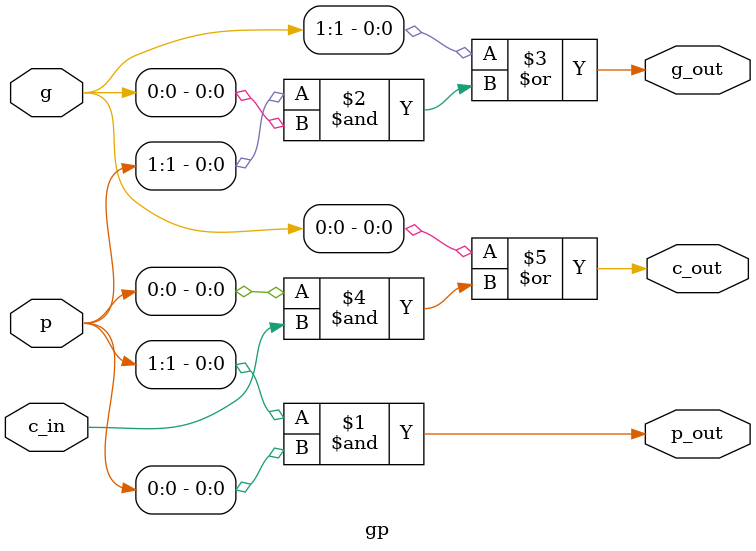
<source format=v>
module gp(g,p,c_in,g_out,p_out,c_out);	//  carry generator, carry propagator
	input [1:0] g, p;	// lower level 2-set of g, p
	input c_in;		// lower level carry_in
	output g_out;		// higher level g
	output p_out;		// higher level p
	output c_out;		// higher level carry_out

	assign p_out = p[1] & p[0];
	assign g_out = g[1] | (p[1] & g[0]);
	assign c_out = g[0] | (p[0] & c_in);
endmodule

</source>
